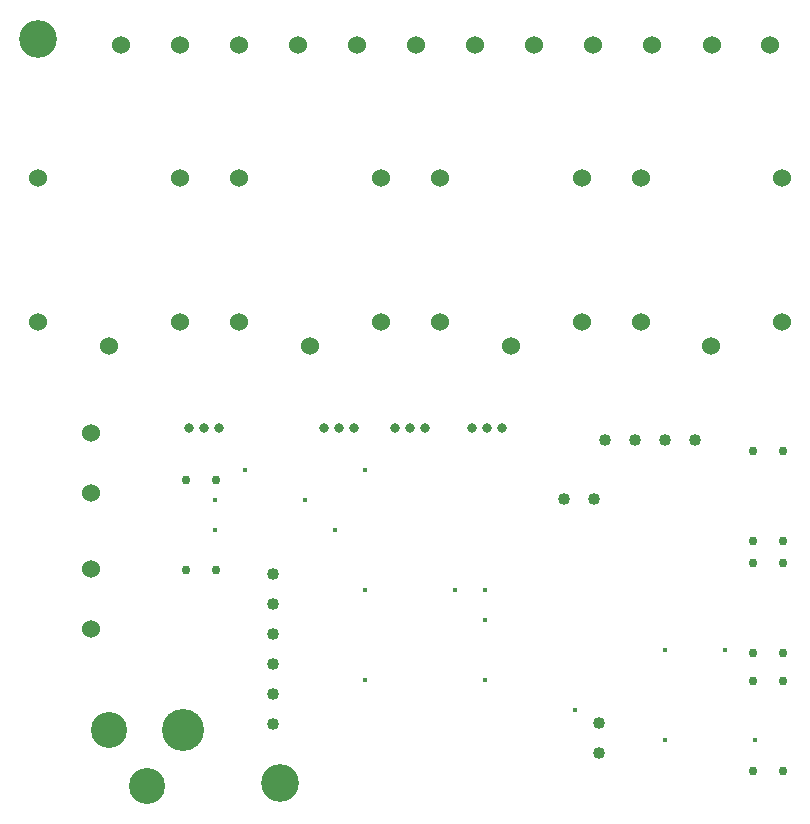
<source format=gbr>
G04 PROTEUS GERBER X2 FILE*
%TF.GenerationSoftware,Labcenter,Proteus,8.13-SP0-Build31525*%
%TF.CreationDate,2022-07-11T20:54:32+00:00*%
%TF.FileFunction,Plated,1,2,PTH*%
%TF.FilePolarity,Positive*%
%TF.Part,Single*%
%TF.SameCoordinates,{67e9d6b1-9973-4f3b-b57f-a68231676cbc}*%
%FSLAX45Y45*%
%MOMM*%
G01*
%TA.AperFunction,ViaDrill*%
%ADD76C,0.381000*%
%TA.AperFunction,ComponentDrill*%
%ADD77C,1.524000*%
%TA.AperFunction,ComponentDrill*%
%ADD78C,0.762000*%
%ADD79C,1.016000*%
%TA.AperFunction,ComponentDrill*%
%ADD80C,3.050000*%
%ADD81C,3.560000*%
%ADD82C,0.838200*%
%TA.AperFunction,OtherDrill,Unknown*%
%ADD83C,3.200000*%
%TD.AperFunction*%
D76*
X+2202000Y+2996000D03*
X+3218000Y+1218000D03*
X+3218000Y+1980000D03*
X+1948000Y+2742000D03*
X+1948000Y+2488000D03*
X+4234000Y+1218000D03*
X+2710000Y+2742000D03*
X+5758000Y+710000D03*
X+3218000Y+2996000D03*
X+5758000Y+1472000D03*
X+4996000Y+964000D03*
X+6266000Y+1472000D03*
X+6520000Y+710000D03*
X+4234000Y+1726000D03*
X+4234000Y+1980000D03*
X+3980000Y+1980000D03*
X+2964000Y+2488000D03*
D77*
X+1150000Y+6600000D03*
X+1650380Y+6600000D03*
X+2150760Y+6600000D03*
X+2651140Y+6600000D03*
X+3148980Y+6600000D03*
X+3649360Y+6600000D03*
X+4149740Y+6600000D03*
X+4650120Y+6600000D03*
X+5150500Y+6600000D03*
X+5650880Y+6600000D03*
X+6151260Y+6600000D03*
X+6649100Y+6600000D03*
D78*
X+1700000Y+2150000D03*
X+1954000Y+2150000D03*
X+1954000Y+2912000D03*
X+1700000Y+2912000D03*
X+6500000Y+2400000D03*
X+6754000Y+2400000D03*
X+6754000Y+3162000D03*
X+6500000Y+3162000D03*
X+6500000Y+1450000D03*
X+6754000Y+1450000D03*
X+6754000Y+2212000D03*
X+6500000Y+2212000D03*
X+6500000Y+450000D03*
X+6754000Y+450000D03*
X+6754000Y+1212000D03*
X+6500000Y+1212000D03*
D77*
X+900000Y+2800000D03*
X+900000Y+3308000D03*
X+900000Y+1650000D03*
X+900000Y+2158000D03*
X+2150000Y+4250000D03*
X+3350000Y+4250000D03*
X+2750000Y+4050000D03*
X+2150000Y+5470000D03*
X+3350000Y+5470000D03*
X+450000Y+4250000D03*
X+1650000Y+4250000D03*
X+1050000Y+4050000D03*
X+450000Y+5470000D03*
X+1650000Y+5470000D03*
X+3850000Y+4250000D03*
X+5050000Y+4250000D03*
X+4450000Y+4050000D03*
X+3850000Y+5470000D03*
X+5050000Y+5470000D03*
X+5550000Y+4250000D03*
X+6750000Y+4250000D03*
X+6150000Y+4050000D03*
X+5550000Y+5470000D03*
X+6750000Y+5470000D03*
D79*
X+5250000Y+3250000D03*
X+5504000Y+3250000D03*
X+5758000Y+3250000D03*
X+6012000Y+3250000D03*
D80*
X+1375000Y+320000D03*
X+1050000Y+800000D03*
D81*
X+1675000Y+800000D03*
D79*
X+4900000Y+2750000D03*
X+5154000Y+2750000D03*
D82*
X+1723000Y+3350000D03*
X+1850000Y+3350000D03*
X+1977000Y+3350000D03*
X+4123000Y+3350000D03*
X+4250000Y+3350000D03*
X+4377000Y+3350000D03*
X+3473000Y+3350000D03*
X+3600000Y+3350000D03*
X+3727000Y+3350000D03*
X+2873000Y+3350000D03*
X+3000000Y+3350000D03*
X+3127000Y+3350000D03*
D83*
X+2500000Y+350000D03*
X+450000Y+6650000D03*
D79*
X+2439699Y+850000D03*
X+2439699Y+1104000D03*
X+2439699Y+1358000D03*
X+2439699Y+1612000D03*
X+2439699Y+1866000D03*
X+2439699Y+2120000D03*
X+5200000Y+600000D03*
X+5200000Y+854000D03*
M02*

</source>
